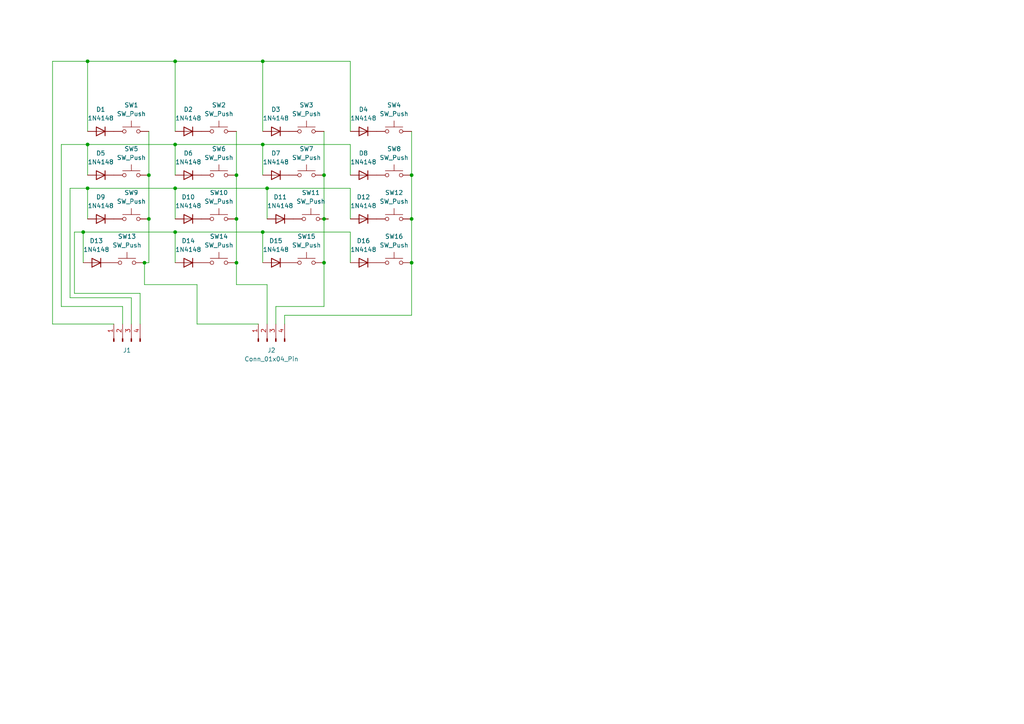
<source format=kicad_sch>
(kicad_sch (version 20250114) (generator "eeschema") (generator_version "9.0")
  (paper "A4")
  (lib_symbols
    (symbol "Connector:Conn_01x04_Pin" (pin_names (offset 1.016) (hide yes))
      (property "Reference" "J" (at 0 5.08 0))
      (property "Value" "Conn_01x04_Pin" (at 0 -7.62 0))
      (symbol "Conn_01x04_Pin_1_1"
        (rectangle (start 0.8636 2.667) (end 0 2.413) (stroke (width 0.1524)) (fill (type outline)))
        (rectangle (start 0.8636 0.127) (end 0 -0.127) (stroke (width 0.1524)) (fill (type outline)))
        (rectangle (start 0.8636 -2.413) (end 0 -2.667) (stroke (width 0.1524)) (fill (type outline)))
        (rectangle (start 0.8636 -4.953) (end 0 -5.207) (stroke (width 0.1524)) (fill (type outline)))
        (polyline (pts (xy 1.27 2.54) (xy 0.8636 2.54)) (stroke (width 0.1524)))
        (polyline (pts (xy 1.27 0) (xy 0.8636 0)) (stroke (width 0.1524)))
        (polyline (pts (xy 1.27 -2.54) (xy 0.8636 -2.54)) (stroke (width 0.1524)))
        (polyline (pts (xy 1.27 -5.08) (xy 0.8636 -5.08)) (stroke (width 0.1524)))
        (pin passive line (at 5.08 2.54 180) (length 3.81) (name "Pin_1") (number "1"))
        (pin passive line (at 5.08 0 180) (length 3.81) (name "Pin_2") (number "2"))
        (pin passive line (at 5.08 -2.54 180) (length 3.81) (name "Pin_3") (number "3"))
        (pin passive line (at 5.08 -5.08 180) (length 3.81) (name "Pin_4") (number "4"))
      )
    )
    (symbol "Diode:1N4148" (pin_numbers (hide yes)) (pin_names (hide yes))
      (property "Reference" "D" (at 0 2.54 0))
      (property "Value" "1N4148" (at 0 -2.54 0))
      (symbol "1N4148_0_1"
        (polyline (pts (xy -1.27 1.27) (xy -1.27 -1.27)) (stroke (width 0.254)))
        (polyline (pts (xy 1.27 1.27) (xy 1.27 -1.27) (xy -1.27 0) (xy 1.27 1.27)) (stroke (width 0.254)))
        (polyline (pts (xy 1.27 0) (xy -1.27 0)))
      )
      (symbol "1N4148_1_1"
        (pin passive line (at -3.81 0 0) (length 2.54) (name "K") (number "1"))
        (pin passive line (at 3.81 0 180) (length 2.54) (name "A") (number "2"))
      )
    )
    (symbol "Switch:SW_Push" (pin_numbers (hide yes)) (pin_names (offset 1.016) (hide yes))
      (property "Reference" "SW" (at 1.27 2.54 0))
      (property "Value" "SW_Push" (at 0 -1.524 0))
      (symbol "SW_Push_0_1"
        (circle (center -2.032 0) (radius 0.508))
        (polyline (pts (xy 0 1.27) (xy 0 3.048)))
        (circle (center 2.032 0) (radius 0.508))
        (polyline (pts (xy 2.54 1.27) (xy -2.54 1.27)))
        (pin passive line (at -5.08 0 0) (length 2.54) (name "1") (number "1"))
        (pin passive line (at 5.08 0 180) (length 2.54) (name "2") (number "2"))
      )
    )
  )
  (junction (at 25.4 54.61))
  (junction (at 50.8 17.78))
  (junction (at 24.13 67.31))
  (junction (at 93.98 76.2))
  (junction (at 41.91 76.2))
  (junction (at 50.8 54.61))
  (junction (at 93.98 50.8))
  (junction (at 50.8 67.31))
  (junction (at 119.38 63.5))
  (junction (at 43.18 50.8))
  (junction (at 68.58 50.8))
  (junction (at 43.18 63.5))
  (junction (at 119.38 76.2))
  (junction (at 76.2 41.91))
  (junction (at 50.8 41.91))
  (junction (at 25.4 17.78))
  (junction (at 25.4 41.91))
  (junction (at 68.58 63.5))
  (junction (at 119.38 50.8))
  (junction (at 76.2 17.78))
  (junction (at 68.58 76.2))
  (junction (at 77.47 54.61))
  (junction (at 76.2 67.31))
  (junction (at 93.98 63.5))
  (wire (pts (xy 76.2 41.91) (xy 50.8 41.91)))
  (wire (pts (xy 15.24 93.98) (xy 33.02 93.98)))
  (wire (pts (xy 77.47 54.61) (xy 77.47 63.5)))
  (wire (pts (xy 93.98 50.8) (xy 93.98 63.5)))
  (wire (pts (xy 76.2 17.78) (xy 50.8 17.78)))
  (wire (pts (xy 101.6 50.8) (xy 101.6 41.91)))
  (wire (pts (xy 25.4 41.91) (xy 50.8 41.91)))
  (wire (pts (xy 101.6 54.61) (xy 77.47 54.61)))
  (wire (pts (xy 101.6 67.31) (xy 76.2 67.31)))
  (wire (pts (xy 76.2 67.31) (xy 50.8 67.31)))
  (wire (pts (xy 25.4 63.5) (xy 25.4 54.61)))
  (wire (pts (xy 21.59 85.09) (xy 40.64 85.09)))
  (wire (pts (xy 20.32 54.61) (xy 20.32 86.36)))
  (wire (pts (xy 50.8 41.91) (xy 50.8 50.8)))
  (wire (pts (xy 68.58 50.8) (xy 68.58 63.5)))
  (wire (pts (xy 41.91 82.55) (xy 57.15 82.55)))
  (wire (pts (xy 50.8 17.78) (xy 50.8 38.1)))
  (wire (pts (xy 41.91 76.2) (xy 41.91 82.55)))
  (wire (pts (xy 15.24 17.78) (xy 15.24 93.98)))
  (wire (pts (xy 40.64 85.09) (xy 40.64 93.98)))
  (wire (pts (xy 24.13 76.2) (xy 24.13 67.31)))
  (wire (pts (xy 82.55 91.44) (xy 82.55 93.98)))
  (wire (pts (xy 93.98 63.5) (xy 93.98 76.2)))
  (wire (pts (xy 119.38 38.1) (xy 119.38 50.8)))
  (wire (pts (xy 77.47 82.55) (xy 77.47 93.98)))
  (wire (pts (xy 93.98 63.5) (xy 95.25 63.5)))
  (wire (pts (xy 25.4 41.91) (xy 25.4 50.8)))
  (wire (pts (xy 93.98 38.1) (xy 93.98 50.8)))
  (wire (pts (xy 17.78 41.91) (xy 17.78 88.9)))
  (wire (pts (xy 80.01 88.9) (xy 80.01 93.98)))
  (wire (pts (xy 119.38 91.44) (xy 82.55 91.44)))
  (wire (pts (xy 119.38 50.8) (xy 119.38 63.5)))
  (wire (pts (xy 68.58 63.5) (xy 68.58 76.2)))
  (wire (pts (xy 24.13 67.31) (xy 50.8 67.31)))
  (wire (pts (xy 101.6 76.2) (xy 101.6 67.31)))
  (wire (pts (xy 43.18 63.5) (xy 43.18 76.2)))
  (wire (pts (xy 68.58 76.2) (xy 68.58 82.55)))
  (wire (pts (xy 57.15 82.55) (xy 57.15 93.98)))
  (wire (pts (xy 93.98 88.9) (xy 80.01 88.9)))
  (wire (pts (xy 25.4 41.91) (xy 17.78 41.91)))
  (wire (pts (xy 43.18 50.8) (xy 43.18 63.5)))
  (wire (pts (xy 25.4 54.61) (xy 50.8 54.61)))
  (wire (pts (xy 68.58 38.1) (xy 68.58 50.8)))
  (wire (pts (xy 119.38 63.5) (xy 119.38 76.2)))
  (wire (pts (xy 25.4 17.78) (xy 50.8 17.78)))
  (wire (pts (xy 20.32 86.36) (xy 38.1 86.36)))
  (wire (pts (xy 21.59 67.31) (xy 24.13 67.31)))
  (wire (pts (xy 76.2 67.31) (xy 76.2 76.2)))
  (wire (pts (xy 17.78 88.9) (xy 35.56 88.9)))
  (wire (pts (xy 68.58 82.55) (xy 77.47 82.55)))
  (wire (pts (xy 38.1 86.36) (xy 38.1 93.98)))
  (wire (pts (xy 25.4 38.1) (xy 25.4 17.78)))
  (wire (pts (xy 119.38 76.2) (xy 119.38 91.44)))
  (wire (pts (xy 76.2 17.78) (xy 76.2 38.1)))
  (wire (pts (xy 21.59 67.31) (xy 21.59 85.09)))
  (wire (pts (xy 35.56 88.9) (xy 35.56 93.98)))
  (wire (pts (xy 57.15 93.98) (xy 74.93 93.98)))
  (wire (pts (xy 93.98 76.2) (xy 93.98 88.9)))
  (wire (pts (xy 50.8 54.61) (xy 77.47 54.61)))
  (wire (pts (xy 50.8 63.5) (xy 50.8 54.61)))
  (wire (pts (xy 101.6 38.1) (xy 101.6 17.78)))
  (wire (pts (xy 76.2 41.91) (xy 76.2 50.8)))
  (wire (pts (xy 15.24 17.78) (xy 25.4 17.78)))
  (wire (pts (xy 43.18 38.1) (xy 43.18 50.8)))
  (wire (pts (xy 101.6 41.91) (xy 76.2 41.91)))
  (wire (pts (xy 101.6 63.5) (xy 101.6 54.61)))
  (wire (pts (xy 101.6 17.78) (xy 76.2 17.78)))
  (wire (pts (xy 50.8 67.31) (xy 50.8 76.2)))
  (wire (pts (xy 20.32 54.61) (xy 25.4 54.61)))
  (wire (pts (xy 43.18 76.2) (xy 41.91 76.2)))
  (symbol (lib_id "Switch:SW_Push") (at 114.3 63.5 0) (unit 1)
    (property "Reference" "SW12" (at 114.3 55.88 0))
    (property "Value" "SW_Push" (at 114.3 58.42 0))
    (property "Footprint" "Button_Switch_THT:SW_PUSH_6mm_H5mm" (effects (hide yes)))
    (property "Description" "Push button switch, generic, two pins" (effects (hide yes)))
  )
  (symbol (lib_id "Switch:SW_Push") (at 36.83 76.2 0) (unit 1)
    (property "Reference" "SW13" (at 36.83 68.58 0))
    (property "Value" "SW_Push" (at 36.83 71.12 0))
    (property "Footprint" "Button_Switch_THT:SW_PUSH_6mm_H5mm" (effects (hide yes)))
    (property "Description" "Push button switch, generic, two pins" (effects (hide yes)))
  )
  (symbol (lib_id "Diode:1N4148") (at 105.41 50.8 180) (unit 1)
    (property "Reference" "D8" (at 105.41 44.45 0))
    (property "Value" "1N4148" (at 105.41 46.99 0))
    (property "Footprint" "Diode_THT:D_DO-35_SOD27_P7.62mm_Horizontal" (effects (hide yes)))
    (property "Datasheet" "https://assets.nexperia.com/documents/data-sheet/1N4148_1N4448.pdf" (effects (hide yes)))
    (property "Description" "100V 0.15A standard switching diode, DO-35" (effects (hide yes)))
    (property "Sim.Device" "D" (effects (hide yes)))
    (property "Sim.Pins" "1=K 2=A" (effects (hide yes)))
  )
  (symbol (lib_id "Diode:1N4148") (at 29.21 63.5 180) (unit 1)
    (property "Reference" "D9" (at 29.21 57.15 0))
    (property "Value" "1N4148" (at 29.21 59.69 0))
    (property "Footprint" "Diode_THT:D_DO-35_SOD27_P7.62mm_Horizontal" (effects (hide yes)))
    (property "Datasheet" "https://assets.nexperia.com/documents/data-sheet/1N4148_1N4448.pdf" (effects (hide yes)))
    (property "Description" "100V 0.15A standard switching diode, DO-35" (effects (hide yes)))
    (property "Sim.Device" "D" (effects (hide yes)))
    (property "Sim.Pins" "1=K 2=A" (effects (hide yes)))
  )
  (symbol (lib_id "Switch:SW_Push") (at 88.9 50.8 0) (unit 1)
    (property "Reference" "SW7" (at 88.9 43.18 0))
    (property "Value" "SW_Push" (at 88.9 45.72 0))
    (property "Footprint" "Button_Switch_THT:SW_PUSH_6mm_H5mm" (effects (hide yes)))
    (property "Description" "Push button switch, generic, two pins" (effects (hide yes)))
  )
  (symbol (lib_id "Diode:1N4148") (at 54.61 76.2 180) (unit 1)
    (property "Reference" "D14" (at 54.61 69.85 0))
    (property "Value" "1N4148" (at 54.61 72.39 0))
    (property "Footprint" "Diode_THT:D_DO-35_SOD27_P7.62mm_Horizontal" (effects (hide yes)))
    (property "Datasheet" "https://assets.nexperia.com/documents/data-sheet/1N4148_1N4448.pdf" (effects (hide yes)))
    (property "Description" "100V 0.15A standard switching diode, DO-35" (effects (hide yes)))
    (property "Sim.Device" "D" (effects (hide yes)))
    (property "Sim.Pins" "1=K 2=A" (effects (hide yes)))
  )
  (symbol (lib_id "Diode:1N4148") (at 80.01 76.2 180) (unit 1)
    (property "Reference" "D15" (at 80.01 69.85 0))
    (property "Value" "1N4148" (at 80.01 72.39 0))
    (property "Footprint" "Diode_THT:D_DO-35_SOD27_P7.62mm_Horizontal" (effects (hide yes)))
    (property "Datasheet" "https://assets.nexperia.com/documents/data-sheet/1N4148_1N4448.pdf" (effects (hide yes)))
    (property "Description" "100V 0.15A standard switching diode, DO-35" (effects (hide yes)))
    (property "Sim.Device" "D" (effects (hide yes)))
    (property "Sim.Pins" "1=K 2=A" (effects (hide yes)))
  )
  (symbol (lib_id "Switch:SW_Push") (at 63.5 76.2 0) (unit 1)
    (property "Reference" "SW14" (at 63.5 68.58 0))
    (property "Value" "SW_Push" (at 63.5 71.12 0))
    (property "Footprint" "Button_Switch_THT:SW_PUSH_6mm_H5mm" (effects (hide yes)))
    (property "Description" "Push button switch, generic, two pins" (effects (hide yes)))
  )
  (symbol (lib_id "Diode:1N4148") (at 105.41 63.5 180) (unit 1)
    (property "Reference" "D12" (at 105.41 57.15 0))
    (property "Value" "1N4148" (at 105.41 59.69 0))
    (property "Footprint" "Diode_THT:D_DO-35_SOD27_P7.62mm_Horizontal" (effects (hide yes)))
    (property "Datasheet" "https://assets.nexperia.com/documents/data-sheet/1N4148_1N4448.pdf" (effects (hide yes)))
    (property "Description" "100V 0.15A standard switching diode, DO-35" (effects (hide yes)))
    (property "Sim.Device" "D" (effects (hide yes)))
    (property "Sim.Pins" "1=K 2=A" (effects (hide yes)))
  )
  (symbol (lib_id "Switch:SW_Push") (at 38.1 50.8 0) (unit 1)
    (property "Reference" "SW5" (at 38.1 43.18 0))
    (property "Value" "SW_Push" (at 38.1 45.72 0))
    (property "Footprint" "Button_Switch_THT:SW_PUSH_6mm_H5mm" (effects (hide yes)))
    (property "Description" "Push button switch, generic, two pins" (effects (hide yes)))
  )
  (symbol (lib_id "Diode:1N4148") (at 81.28 63.5 180) (unit 1)
    (property "Reference" "D11" (at 81.28 57.15 0))
    (property "Value" "1N4148" (at 81.28 59.69 0))
    (property "Footprint" "Diode_THT:D_DO-35_SOD27_P7.62mm_Horizontal" (effects (hide yes)))
    (property "Datasheet" "https://assets.nexperia.com/documents/data-sheet/1N4148_1N4448.pdf" (effects (hide yes)))
    (property "Description" "100V 0.15A standard switching diode, DO-35" (effects (hide yes)))
    (property "Sim.Device" "D" (effects (hide yes)))
    (property "Sim.Pins" "1=K 2=A" (effects (hide yes)))
  )
  (symbol (lib_id "Diode:1N4148") (at 29.21 38.1 180) (unit 1)
    (property "Reference" "D1" (at 29.21 31.75 0))
    (property "Value" "1N4148" (at 29.21 34.29 0))
    (property "Footprint" "Diode_THT:D_DO-35_SOD27_P7.62mm_Horizontal" (effects (hide yes)))
    (property "Datasheet" "https://assets.nexperia.com/documents/data-sheet/1N4148_1N4448.pdf" (effects (hide yes)))
    (property "Description" "100V 0.15A standard switching diode, DO-35" (effects (hide yes)))
    (property "Sim.Device" "D" (effects (hide yes)))
    (property "Sim.Pins" "1=K 2=A" (effects (hide yes)))
  )
  (symbol (lib_id "Switch:SW_Push") (at 114.3 76.2 0) (unit 1)
    (property "Reference" "SW16" (at 114.3 68.58 0))
    (property "Value" "SW_Push" (at 114.3 71.12 0))
    (property "Footprint" "Button_Switch_THT:SW_PUSH_6mm_H5mm" (effects (hide yes)))
    (property "Description" "Push button switch, generic, two pins" (effects (hide yes)))
  )
  (symbol (lib_id "Switch:SW_Push") (at 114.3 38.1 0) (unit 1)
    (property "Reference" "SW4" (at 114.3 30.48 0))
    (property "Value" "SW_Push" (at 114.3 33.02 0))
    (property "Footprint" "Button_Switch_THT:SW_PUSH_6mm_H5mm" (effects (hide yes)))
    (property "Description" "Push button switch, generic, two pins" (effects (hide yes)))
  )
  (symbol (lib_id "Diode:1N4148") (at 80.01 38.1 180) (unit 1)
    (property "Reference" "D3" (at 80.01 31.75 0))
    (property "Value" "1N4148" (at 80.01 34.29 0))
    (property "Footprint" "Diode_THT:D_DO-35_SOD27_P7.62mm_Horizontal" (effects (hide yes)))
    (property "Datasheet" "https://assets.nexperia.com/documents/data-sheet/1N4148_1N4448.pdf" (effects (hide yes)))
    (property "Description" "100V 0.15A standard switching diode, DO-35" (effects (hide yes)))
    (property "Sim.Device" "D" (effects (hide yes)))
    (property "Sim.Pins" "1=K 2=A" (effects (hide yes)))
  )
  (symbol (lib_id "Switch:SW_Push") (at 114.3 50.8 0) (unit 1)
    (property "Reference" "SW8" (at 114.3 43.18 0))
    (property "Value" "SW_Push" (at 114.3 45.72 0))
    (property "Footprint" "Button_Switch_THT:SW_PUSH_6mm_H5mm" (effects (hide yes)))
    (property "Description" "Push button switch, generic, two pins" (effects (hide yes)))
  )
  (symbol (lib_id "Switch:SW_Push") (at 88.9 76.2 0) (unit 1)
    (property "Reference" "SW15" (at 88.9 68.58 0))
    (property "Value" "SW_Push" (at 88.9 71.12 0))
    (property "Footprint" "Button_Switch_THT:SW_PUSH_6mm_H5mm" (effects (hide yes)))
    (property "Description" "Push button switch, generic, two pins" (effects (hide yes)))
  )
  (symbol (lib_id "Switch:SW_Push") (at 88.9 38.1 0) (unit 1)
    (property "Reference" "SW3" (at 88.9 30.48 0))
    (property "Value" "SW_Push" (at 88.9 33.02 0))
    (property "Footprint" "Button_Switch_THT:SW_PUSH_6mm_H5mm" (effects (hide yes)))
    (property "Description" "Push button switch, generic, two pins" (effects (hide yes)))
  )
  (symbol (lib_id "Diode:1N4148") (at 54.61 63.5 180) (unit 1)
    (property "Reference" "D10" (at 54.61 57.15 0))
    (property "Value" "1N4148" (at 54.61 59.69 0))
    (property "Footprint" "Diode_THT:D_DO-35_SOD27_P7.62mm_Horizontal" (effects (hide yes)))
    (property "Datasheet" "https://assets.nexperia.com/documents/data-sheet/1N4148_1N4448.pdf" (effects (hide yes)))
    (property "Description" "100V 0.15A standard switching diode, DO-35" (effects (hide yes)))
    (property "Sim.Device" "D" (effects (hide yes)))
    (property "Sim.Pins" "1=K 2=A" (effects (hide yes)))
  )
  (symbol (lib_id "Switch:SW_Push") (at 38.1 38.1 0) (unit 1)
    (property "Reference" "SW1" (at 38.1 30.48 0))
    (property "Value" "SW_Push" (at 38.1 33.02 0))
    (property "Footprint" "Button_Switch_THT:SW_PUSH_6mm_H5mm" (effects (hide yes)))
    (property "Description" "Push button switch, generic, two pins" (effects (hide yes)))
  )
  (symbol (lib_id "Diode:1N4148") (at 54.61 50.8 180) (unit 1)
    (property "Reference" "D6" (at 54.61 44.45 0))
    (property "Value" "1N4148" (at 54.61 46.99 0))
    (property "Footprint" "Diode_THT:D_DO-35_SOD27_P7.62mm_Horizontal" (effects (hide yes)))
    (property "Datasheet" "https://assets.nexperia.com/documents/data-sheet/1N4148_1N4448.pdf" (effects (hide yes)))
    (property "Description" "100V 0.15A standard switching diode, DO-35" (effects (hide yes)))
    (property "Sim.Device" "D" (effects (hide yes)))
    (property "Sim.Pins" "1=K 2=A" (effects (hide yes)))
  )
  (symbol (lib_id "Diode:1N4148") (at 54.61 38.1 180) (unit 1)
    (property "Reference" "D2" (at 54.61 31.75 0))
    (property "Value" "1N4148" (at 54.61 34.29 0))
    (property "Footprint" "Diode_THT:D_DO-35_SOD27_P7.62mm_Horizontal" (effects (hide yes)))
    (property "Datasheet" "https://assets.nexperia.com/documents/data-sheet/1N4148_1N4448.pdf" (effects (hide yes)))
    (property "Description" "100V 0.15A standard switching diode, DO-35" (effects (hide yes)))
    (property "Sim.Device" "D" (effects (hide yes)))
    (property "Sim.Pins" "1=K 2=A" (effects (hide yes)))
  )
  (symbol (lib_id "Connector:Conn_01x04_Pin") (at 35.56 99.06 90) (unit 1)
    (property "Reference" "J1" (at 36.83 101.6 90))
    (property "Value" "Conn_01x04_Pin" (effects (hide yes)))
    (property "Footprint" "Connector_PinHeader_2.54mm:PinHeader_1x04_P2.54mm_Vertical" (effects (hide yes)))
    (property "Description" "Generic connector, single row, 01x04, script generated" (effects (hide yes)))
  )
  (symbol (lib_id "Switch:SW_Push") (at 63.5 38.1 0) (unit 1)
    (property "Reference" "SW2" (at 63.5 30.48 0))
    (property "Value" "SW_Push" (at 63.5 33.02 0))
    (property "Footprint" "Button_Switch_THT:SW_PUSH_6mm_H5mm" (effects (hide yes)))
    (property "Description" "Push button switch, generic, two pins" (effects (hide yes)))
  )
  (symbol (lib_id "Switch:SW_Push") (at 63.5 50.8 0) (unit 1)
    (property "Reference" "SW6" (at 63.5 43.18 0))
    (property "Value" "SW_Push" (at 63.5 45.72 0))
    (property "Footprint" "Button_Switch_THT:SW_PUSH_6mm_H5mm" (effects (hide yes)))
    (property "Description" "Push button switch, generic, two pins" (effects (hide yes)))
  )
  (symbol (lib_id "Switch:SW_Push") (at 90.17 63.5 0) (unit 1)
    (property "Reference" "SW11" (at 90.17 55.88 0))
    (property "Value" "SW_Push" (at 90.17 58.42 0))
    (property "Footprint" "Button_Switch_THT:SW_PUSH_6mm_H5mm" (effects (hide yes)))
    (property "Description" "Push button switch, generic, two pins" (effects (hide yes)))
  )
  (symbol (lib_id "Diode:1N4148") (at 27.94 76.2 180) (unit 1)
    (property "Reference" "D13" (at 27.94 69.85 0))
    (property "Value" "1N4148" (at 27.94 72.39 0))
    (property "Footprint" "Diode_THT:D_DO-35_SOD27_P7.62mm_Horizontal" (effects (hide yes)))
    (property "Datasheet" "https://assets.nexperia.com/documents/data-sheet/1N4148_1N4448.pdf" (effects (hide yes)))
    (property "Description" "100V 0.15A standard switching diode, DO-35" (effects (hide yes)))
    (property "Sim.Device" "D" (effects (hide yes)))
    (property "Sim.Pins" "1=K 2=A" (effects (hide yes)))
  )
  (symbol (lib_id "Diode:1N4148") (at 105.41 76.2 180) (unit 1)
    (property "Reference" "D16" (at 105.41 69.85 0))
    (property "Value" "1N4148" (at 105.41 72.39 0))
    (property "Footprint" "Diode_THT:D_DO-35_SOD27_P7.62mm_Horizontal" (effects (hide yes)))
    (property "Datasheet" "https://assets.nexperia.com/documents/data-sheet/1N4148_1N4448.pdf" (effects (hide yes)))
    (property "Description" "100V 0.15A standard switching diode, DO-35" (effects (hide yes)))
    (property "Sim.Device" "D" (effects (hide yes)))
    (property "Sim.Pins" "1=K 2=A" (effects (hide yes)))
  )
  (symbol (lib_id "Diode:1N4148") (at 80.01 50.8 180) (unit 1)
    (property "Reference" "D7" (at 80.01 44.45 0))
    (property "Value" "1N4148" (at 80.01 46.99 0))
    (property "Footprint" "Diode_THT:D_DO-35_SOD27_P7.62mm_Horizontal" (effects (hide yes)))
    (property "Datasheet" "https://assets.nexperia.com/documents/data-sheet/1N4148_1N4448.pdf" (effects (hide yes)))
    (property "Description" "100V 0.15A standard switching diode, DO-35" (effects (hide yes)))
    (property "Sim.Device" "D" (effects (hide yes)))
    (property "Sim.Pins" "1=K 2=A" (effects (hide yes)))
  )
  (symbol (lib_id "Diode:1N4148") (at 29.21 50.8 180) (unit 1)
    (property "Reference" "D5" (at 29.21 44.45 0))
    (property "Value" "1N4148" (at 29.21 46.99 0))
    (property "Footprint" "Diode_THT:D_DO-35_SOD27_P7.62mm_Horizontal" (effects (hide yes)))
    (property "Datasheet" "https://assets.nexperia.com/documents/data-sheet/1N4148_1N4448.pdf" (effects (hide yes)))
    (property "Description" "100V 0.15A standard switching diode, DO-35" (effects (hide yes)))
    (property "Sim.Device" "D" (effects (hide yes)))
    (property "Sim.Pins" "1=K 2=A" (effects (hide yes)))
  )
  (symbol (lib_id "Connector:Conn_01x04_Pin") (at 77.47 99.06 90) (unit 1)
    (property "Reference" "J2" (at 78.74 101.6 90))
    (property "Value" "Conn_01x04_Pin" (at 78.74 104.14 90))
    (property "Footprint" "Connector_PinHeader_2.54mm:PinHeader_1x04_P2.54mm_Vertical" (effects (hide yes)))
    (property "Description" "Generic connector, single row, 01x04, script generated" (effects (hide yes)))
  )
  (symbol (lib_id "Diode:1N4148") (at 105.41 38.1 180) (unit 1)
    (property "Reference" "D4" (at 105.41 31.75 0))
    (property "Value" "1N4148" (at 105.41 34.29 0))
    (property "Footprint" "Diode_THT:D_DO-35_SOD27_P7.62mm_Horizontal" (effects (hide yes)))
    (property "Datasheet" "https://assets.nexperia.com/documents/data-sheet/1N4148_1N4448.pdf" (effects (hide yes)))
    (property "Description" "100V 0.15A standard switching diode, DO-35" (effects (hide yes)))
    (property "Sim.Device" "D" (effects (hide yes)))
    (property "Sim.Pins" "1=K 2=A" (effects (hide yes)))
  )
  (symbol (lib_id "Switch:SW_Push") (at 63.5 63.5 0) (unit 1)
    (property "Reference" "SW10" (at 63.5 55.88 0))
    (property "Value" "SW_Push" (at 63.5 58.42 0))
    (property "Footprint" "Button_Switch_THT:SW_PUSH_6mm_H5mm" (effects (hide yes)))
    (property "Description" "Push button switch, generic, two pins" (effects (hide yes)))
  )
  (symbol (lib_id "Switch:SW_Push") (at 38.1 63.5 0) (unit 1)
    (property "Reference" "SW9" (at 38.1 55.88 0))
    (property "Value" "SW_Push" (at 38.1 58.42 0))
    (property "Footprint" "Button_Switch_THT:SW_PUSH_6mm_H5mm" (effects (hide yes)))
    (property "Description" "Push button switch, generic, two pins" (effects (hide yes)))
  )
)
</source>
